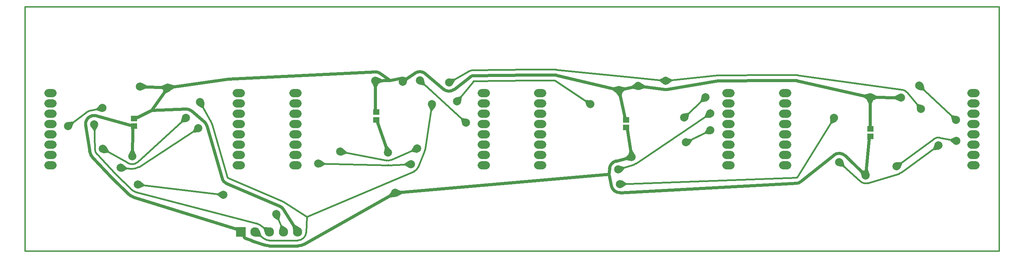
<source format=gbr>
%FSLAX44Y44*%
%OFA0.0000B0.0000*%
%SFA1B1*%
%MOMM*%
%AMFRECTNOHOLE10*
21,1,2.3000,2.3000,0.0000,0.0000,0*
%
%AMFRECTNOHOLE11*
21,1,1.5000,1.3000,0.0000,0.0000,0*
%
%ADD10FRECTNOHOLE10*%
%ADD11FRECTNOHOLE11*%
%ADD12C,0.3333X0.0000*%
%ADD13C,0.8000X0.0000*%
%ADD14C,0.4000X0.0000*%
%ADD15C,2.0000X0.0000*%
%ADD16C,2.3000X0.0000*%
%LNÂåðõí³é*%
%LPD*%
G54D10*
X538106Y47620D3*
G54D11*
X2088955Y282569D3*
X2088955Y301569D3*
X1487331Y304768D3*
X1487331Y323768D3*
X274609Y307990D3*
X274609Y326990D3*
X871446Y323816D3*
X871446Y342816D3*
G54D12*
X2406349Y0D2*
X6349Y0D1*
X2406349Y602000D2*
X2406349Y0D1*
X6349Y602000D2*
X2406349Y602000D1*
X6349Y0D2*
X6349Y602000D1*
G54D13*
X1315464Y433810D2*
X1469163Y397455D1*
G75*
G01X1315464Y433810D2*
G03X1311895Y434226I-3569J-15089D1*
G74*
X1247588Y434226D2*
X1311895Y434226D1*
G75*
G01X1247588Y434226D2*
G03X1247424Y434225I0J-15505D1*
G74*
X1112376Y432796D2*
X1247424Y434225D1*
G75*
G01X1112376Y432796D2*
G03X1102970Y429491I164J-15504D1*
G74*
X1064053Y398959D2*
X1102970Y429491D1*
G75*
G01X1036768Y399570D2*
G03X1064053Y398959I14014J16305D1*
G74*
X992897Y437275D2*
X1036768Y399570D1*
G75*
G01X992897Y437275D2*
G03X966723Y438701I-14014J-16305D1*
G74*
X944065Y423161D2*
X966723Y438701D1*
X357803Y403558D2*
X317991Y347444D1*
X936876Y417541D2*
X944065Y423161D1*
X905359Y420998D2*
X869226Y420477D1*
X2088215Y308069D2*
X2088215Y379817D1*
X2088215Y304069D2*
X2088215Y308069D1*
X2088955Y301569D2*
X2088215Y304069D1*
X402115Y350528D2*
X317991Y347444D1*
G75*
G01X416773Y345470D2*
G03X402115Y350528I-13870J-16428D1*
G74*
X447383Y319626D2*
X416773Y345470D1*
G75*
G01X454154Y309214D2*
G03X447383Y319626I-20641J-6016D1*
G74*
X492438Y177869D2*
X454154Y309214D1*
G75*
G01X492438Y177869D2*
G03X501209Y167960I14886J4339D1*
G74*
X633424Y111221D2*
X501209Y167960D1*
G75*
G01X643117Y102954D2*
G03X633424Y111221I-18172J-11491D1*
G74*
X678106Y47620D2*
X643117Y102954D1*
X1581628Y398718D2*
X1517075Y407423D1*
G75*
G01X1581628Y398718D2*
G03X1588049Y398820I2873J21307D1*
G74*
X1713522Y419813D2*
X1588049Y398820D1*
G75*
G01X1714162Y419868D2*
G03X1713522Y419813I21J-4005D1*
G74*
X1853497Y420582D2*
X1714162Y419868D1*
X1853518Y420582D2*
X1853497Y420582D1*
X1907108Y420582D2*
X1853518Y420582D1*
G75*
G01X1907990Y420484D2*
G03X1907108Y420582I-882J-3907D1*
G74*
X2088215Y379817D2*
X1907990Y420484D1*
X289282Y406051D2*
X357803Y403558D1*
X1483738Y331126D2*
X1469163Y397455D1*
G75*
G01X1483831Y330268D2*
G03X1483738Y331126I-4000J0D1*
G74*
X1483831Y326268D2*
X1483831Y330268D1*
X1487331Y323768D2*
X1483831Y326268D1*
X881767Y437940D2*
X905359Y420998D1*
G75*
G01X881767Y437940D2*
G03X868167Y441951I-12541J-17463D1*
G74*
X507127Y424149D2*
X868167Y441951D1*
G75*
G01X507127Y424149D2*
G03X506776Y424116I197J-4000D1*
G74*
X357803Y403558D2*
X506776Y424116D1*
X944051Y423179D2*
X944065Y423161D1*
G75*
G01X944051Y423179D2*
G03X935218Y426514I-7175J-5638D1*
G74*
X905359Y420998D2*
X935218Y426514D1*
X1469163Y397455D2*
X1517075Y407423D1*
X2088215Y379817D2*
X2164675Y378636D1*
X283938Y329933D2*
X317991Y347444D1*
G75*
G01X282109Y329490D2*
G03X283938Y329933I0J4000D1*
G74*
X278109Y329490D2*
X282109Y329490D1*
X274609Y326990D2*
X278109Y329490D1*
X869226Y349316D2*
X869226Y420477D1*
X869226Y345316D2*
X869226Y349316D1*
X871446Y342816D2*
X869226Y345316D1*
X875172Y315991D2*
X900816Y242915D1*
G75*
G01X874946Y317316D2*
G03X875172Y315991I4000J0D1*
G74*
X874946Y321316D2*
X874946Y317316D1*
X871446Y323816D2*
X874946Y321316D1*
X1462261Y222153D2*
X1501019Y232300D1*
G75*
G01X1462261Y222153D2*
G03X1446306Y203430I5445J-20799D1*
G74*
X1444979Y189746D2*
X1446306Y203430D1*
X2027182Y235242D2*
X2077706Y186626D1*
G75*
G01X2027182Y235242D2*
G03X1998834Y236529I-14907J-15493D1*
G74*
X1916802Y170821D2*
X1998834Y236529D1*
G75*
G01X1907939Y167439D2*
G03X1916802Y170821I-830J15483D1*
G74*
X1473094Y144135D2*
X1907939Y167439D1*
G75*
G01X1450891Y161238D2*
G03X1473094Y144135I21052J4366D1*
G74*
X1444979Y189746D2*
X1450891Y161238D1*
X271109Y310490D2*
X274609Y307990D1*
X267109Y310490D2*
X271109Y310490D1*
G75*
G01X264427Y310856D2*
G03X267109Y310490I2682J9634D1*
G74*
X182556Y333646D2*
X264427Y310856D1*
G75*
G01X182556Y333646D2*
G03X155547Y309618I-5766J-20712D1*
G74*
X165333Y246934D2*
X155547Y309618D1*
G75*
G01X165333Y246934D2*
G03X173996Y229313I32605J5090D1*
G74*
X217835Y183098D2*
X173996Y229313D1*
G75*
G01X217835Y183098D2*
G03X218692Y182227I23942J22711D1*
G74*
X260617Y141185D2*
X218692Y182227D1*
G75*
G01X260617Y141185D2*
G03X273932Y133246I23085J23582D1*
G74*
X525422Y55299D2*
X273932Y133246D1*
G75*
G01X525422Y55299D2*
G03X526606Y55120I1184J3821D1*
G74*
X530606Y55120D2*
X526606Y55120D1*
X538106Y47620D2*
X530606Y55120D1*
X271109Y305490D2*
X274609Y307990D1*
X271109Y301490D2*
X271109Y305490D1*
X271109Y301440D2*
X271109Y301490D1*
X270268Y233749D2*
X271109Y301440D1*
X1444979Y189746D2*
X918286Y143911D1*
X1490878Y297655D2*
X1501019Y232300D1*
G75*
G01X1490831Y298268D2*
G03X1490878Y297655I4000J0D1*
G74*
X1490831Y302268D2*
X1490831Y298268D1*
X1487331Y304768D2*
X1490831Y302268D1*
X695099Y17595D2*
X918286Y143911D1*
G75*
G01X678106Y13120D2*
G03X695099Y17595I0J34500D1*
G74*
X608106Y13120D2*
X678106Y13120D1*
G75*
G01X596770Y15035D2*
G03X608106Y13120I11336J32585D1*
G74*
X565549Y25897D2*
X596770Y15035D1*
G75*
G01X565053Y26076D2*
G03X565549Y25897I8053J21544D1*
G74*
X548206Y32373D2*
X565053Y26076D1*
G75*
G01X545606Y36120D2*
G03X548206Y32373I4000J0D1*
G74*
X545606Y40120D2*
X545606Y36120D1*
X538106Y47620D2*
X545606Y40120D1*
X2085440Y275723D2*
X2077706Y186626D1*
G75*
G01X2085440Y275723D2*
G03X2085455Y276069I-3985J346D1*
G74*
X2085455Y280069D2*
X2085455Y276069D1*
X2088955Y282569D2*
X2085455Y280069D1*
X1455150Y400770D2*
X1467986Y403339D1*
X1455150Y400770D2*
X1465474Y392723D1*
X349471Y391814D2*
X351908Y404675D1*
X349471Y391814D2*
X360804Y398363D1*
X944065Y423161D2*
X942768Y416410D1*
X944065Y423161D2*
X937200Y423532D1*
X883625Y420685D2*
X871805Y415059D1*
X883625Y420685D2*
X871647Y425967D1*
X2088215Y365417D2*
X2082761Y377317D1*
X2088215Y365417D2*
X2093669Y377317D1*
X668486Y62834D2*
X682199Y53905D1*
X668486Y62834D2*
X670673Y46617D1*
X1531346Y405499D2*
X1518824Y401684D1*
X1531346Y405499D2*
X1520282Y412494D1*
X2074168Y382987D2*
X2086977Y385688D1*
X2074168Y382987D2*
X2084575Y375046D1*
X343413Y404082D2*
X355503Y409100D1*
X343413Y404082D2*
X355107Y398198D1*
X303672Y405527D2*
X291582Y400509D1*
X303672Y405527D2*
X291978Y411411D1*
X1472253Y383391D2*
X1464372Y393843D1*
X1472253Y383391D2*
X1475026Y396183D1*
X372068Y405527D2*
X361026Y398497D1*
X372068Y405527D2*
X359534Y409303D1*
X1502977Y404490D2*
X1513516Y412254D1*
X1502977Y404490D2*
X1515738Y401574D1*
X1483261Y400388D2*
X1472722Y392624D1*
X1483261Y400388D2*
X1470500Y403304D1*
X2150277Y378858D2*
X2162259Y384129D1*
X2150277Y378858D2*
X2162091Y373221D1*
X2102613Y379595D2*
X2090631Y374324D1*
X2102613Y379595D2*
X2090799Y385232D1*
X869226Y406077D2*
X863772Y417977D1*
X869226Y406077D2*
X874680Y417977D1*
X896048Y256503D2*
X905135Y247080D1*
X896048Y256503D2*
X894841Y243468D1*
X1487088Y228653D2*
X1497219Y236944D1*
X1487088Y228653D2*
X1499981Y226390D1*
X2067330Y196611D2*
X2079687Y192290D1*
X2067330Y196611D2*
X2072123Y184430D1*
X270447Y248148D2*
X275753Y236181D1*
X270447Y248148D2*
X264845Y236317D1*
X932632Y145159D2*
X921250Y138694D1*
X932632Y145159D2*
X920304Y149562D1*
X1498811Y246530D2*
X1506026Y235606D1*
X1498811Y246530D2*
X1495246Y233934D1*
X905754Y136818D2*
X913423Y147427D1*
X905754Y136818D2*
X918797Y137933D1*
X2078951Y200972D2*
X2083356Y188645D1*
X2078951Y200972D2*
X2072488Y189589D1*
G54D14*
X2165182Y193647D2*
X2256582Y260631D1*
G75*
G01X2159250Y190695D2*
G03X2165182Y193647I-5595J18680D1*
G74*
X2083301Y167946D2*
X2159250Y190695D1*
G75*
G01X2064590Y172196D2*
G03X2083301Y167946I13116J14430D1*
G74*
X2012275Y219749D2*
X2064590Y172196D1*
X2260346Y279764D2*
X2301145Y271738D1*
G75*
G01X2260346Y279764D2*
G03X2245055Y276359I-3764J-19133D1*
G74*
X2153655Y209375D2*
X2245055Y276359D1*
X1511946Y216149D2*
X1694329Y339547D1*
G75*
G01X1506881Y213702D2*
G03X1511946Y216149I-5862J18598D1*
G74*
X1467706Y201354D2*
X1506881Y213702D1*
X1634433Y268250D2*
X1694947Y298358D1*
X900098Y211923D2*
X728894Y215889D1*
G75*
G01X900098Y211923D2*
G03X902358Y211953I718J30992D1*
G74*
X957033Y214676D2*
X902358Y211953D1*
X897167Y223759D2*
X782374Y245625D1*
G75*
G01X897167Y223759D2*
G03X908624Y225046I3649J19156D1*
G74*
X972500Y252958D2*
X908624Y225046D1*
X287202Y207783D2*
X433513Y303198D1*
G75*
G01X266741Y202950D2*
G03X287202Y207783I3527J30799D1*
G74*
X241777Y205809D2*
X266741Y202950D1*
X1907180Y180918D2*
X1471943Y165604D1*
G75*
G01X1907180Y180918D2*
G03X1908813Y181865I-71J2004D1*
G74*
X1999653Y328380D2*
X1908813Y181865D1*
X1110991Y418566D2*
X1070359Y369164D1*
G75*
G01X1112519Y419297D2*
G03X1110991Y418566I21J-2005D1*
G74*
X1247567Y420726D2*
X1112519Y419297D1*
X1247588Y420726D2*
X1247567Y420726D1*
X1311895Y420726D2*
X1247588Y420726D1*
G75*
G01X1313014Y420385D2*
G03X1311895Y420726I-1119J-1664D1*
G74*
X1399236Y362428D2*
X1313014Y420385D1*
X495266Y139072D2*
X283702Y164767D1*
X585706Y64420D2*
X608106Y47620D1*
G75*
G01X585706Y64420D2*
G03X578394Y67943I-12600J-16800D1*
G74*
X278792Y145895D2*
X578394Y67943D1*
G75*
G01X270061Y150832D2*
G03X278792Y145895I13641J13935D1*
G74*
X228136Y191874D2*
X270061Y150832D1*
G75*
G01X227630Y192389D2*
G03X228136Y191874I14147J13420D1*
G74*
X183791Y238604D2*
X227630Y192389D1*
G75*
G01X178445Y251499D2*
G03X183791Y238604I19493J525D1*
G74*
X176790Y312934D2*
X178445Y251499D1*
X2209720Y407806D2*
X2300208Y323281D1*
X1630180Y329483D2*
X1682837Y379783D1*
X978883Y420970D2*
X1092788Y316649D1*
X156033Y341114D2*
X111811Y308541D1*
G75*
G01X169601Y347188D2*
G03X156033Y341114I7189J-34254D1*
G74*
X196856Y352908D2*
X169601Y347188D1*
X251137Y222916D2*
X197938Y252024D1*
G75*
G01X252493Y222100D2*
G03X251137Y222916I-10716J-16291D1*
G74*
X259552Y217458D2*
X252493Y222100D1*
G75*
G01X259552Y217458D2*
G03X283455Y219384I10716J16291D1*
G74*
X402903Y329042D2*
X283455Y219384D1*
X464007Y320378D2*
X437585Y367276D1*
G75*
G01X467115Y312992D2*
G03X464007Y320378I-33602J-9794D1*
G74*
X505399Y181647D2*
X467115Y312992D1*
G75*
G01X505399Y181647D2*
G03X506533Y180365I1925J561D1*
G74*
X638748Y123626D2*
X506533Y180365D1*
G75*
G01X643823Y120935D2*
G03X638748Y123626I-18878J-29472D1*
G74*
X700829Y84421D2*
X643823Y120935D1*
X1098337Y442582D2*
X1050782Y415875D1*
G75*
G01X1112233Y446295D2*
G03X1098337Y442582I307J-29003D1*
G74*
X1247281Y447724D2*
X1112233Y446295D1*
G75*
G01X1247588Y447726D2*
G03X1247281Y447724I0J-29005D1*
G74*
X1311895Y447726D2*
X1247588Y447726D1*
G75*
G01X1314828Y447577D2*
G03X1311895Y447726I-2933J-28856D1*
G74*
X1519047Y426823D2*
X1314828Y447577D1*
X1519089Y426819D2*
X1519047Y426823D1*
X1584501Y420025D2*
X1519089Y426819D1*
X1712379Y433275D2*
X1584501Y420025D1*
G75*
G01X1714093Y433368D2*
G03X1712379Y433275I90J-17505D1*
G74*
X1853428Y434082D2*
X1714093Y433368D1*
X1853518Y434082D2*
X1853428Y434082D1*
X1907108Y434082D2*
X1853518Y434082D1*
G75*
G01X1909526Y433914D2*
G03X1907108Y434082I-2418J-17337D1*
G74*
X2167369Y397949D2*
X1909526Y433914D1*
G75*
G01X2179548Y391248D2*
G03X2167369Y397949I-14873J-12612D1*
G74*
X2213993Y350627D2*
X2179548Y391248D1*
X964671Y196734D2*
X700829Y84421D1*
G75*
G01X964671Y196734D2*
G03X975113Y207371I-7638J17942D1*
G74*
X990580Y245653D2*
X975113Y207371D1*
G75*
G01X990580Y245653D2*
G03X991772Y249982I-18080J7305D1*
G74*
X1009110Y362261D2*
X991772Y249982D1*
X699084Y46651D2*
X700829Y84421D1*
G75*
G01X678106Y26620D2*
G03X699084Y46651I0J21000D1*
G74*
X608106Y26620D2*
X678106Y26620D1*
G75*
G01X595506Y30820D2*
G03X608106Y26620I12600J16800D1*
G74*
X573106Y47620D2*
X595506Y30820D1*
X643106Y47620D2*
X624945Y91463D1*
X2244645Y251882D2*
X2249115Y263504D1*
X2244645Y251882D2*
X2257073Y252646D1*
X2023227Y209794D2*
X2010948Y211859D1*
X2023227Y209794D2*
X2020002Y221821D1*
X2286623Y274595D2*
X2298201Y279177D1*
X2286623Y274595D2*
X2295603Y265969D1*
X2165592Y218124D2*
X2161122Y206502D1*
X2165592Y218124D2*
X2153164Y217360D1*
X1682071Y331253D2*
X1686975Y342699D1*
X1682071Y331253D2*
X1694519Y331549D1*
X1481821Y205803D2*
X1473853Y196235D1*
X1481821Y205803D2*
X1469807Y209073D1*
X1681696Y291765D2*
X1688077Y302458D1*
X1681696Y291765D2*
X1694073Y290406D1*
X1647684Y274843D2*
X1641303Y264150D1*
X1647684Y274843D2*
X1635307Y276202D1*
X743690Y215546D2*
X733061Y209060D1*
X743690Y215546D2*
X733373Y222518D1*
X942251Y213940D2*
X952379Y221183D1*
X942251Y213940D2*
X953049Y207739D1*
X796913Y242856D2*
X785363Y238204D1*
X796913Y242856D2*
X787881Y251428D1*
X958938Y247032D2*
X965842Y257395D1*
X958938Y247032D2*
X971232Y245059D1*
X421116Y295114D2*
X426215Y306474D1*
X421116Y295114D2*
X433567Y295198D1*
X256481Y204125D2*
X245307Y198630D1*
X256481Y204125D2*
X246839Y212004D1*
X1486734Y166124D2*
X1476501Y159030D1*
X1486734Y166124D2*
X1476029Y172482D1*
X1991854Y315801D2*
X1991653Y328252D1*
X1991854Y315801D2*
X2003095Y321158D1*
X1079760Y380594D2*
X1078304Y368229D1*
X1079760Y380594D2*
X1067908Y376779D1*
X1386953Y370684D2*
X1399402Y370426D1*
X1386953Y370684D2*
X1391892Y359254D1*
X298394Y162983D2*
X287184Y157565D1*
X298394Y162983D2*
X288806Y170927D1*
X480574Y140856D2*
X491784Y146274D1*
X480574Y140856D2*
X490162Y132912D1*
X595066Y57400D2*
X608309Y57118D1*
X595066Y57400D2*
X599045Y44766D1*
X177189Y298139D2*
X170179Y308430D1*
X177189Y298139D2*
X183635Y308792D1*
X2289393Y333384D2*
X2301643Y331151D1*
X2289393Y333384D2*
X2292453Y321315D1*
X2220535Y397703D2*
X2208285Y399936D1*
X2220535Y397703D2*
X2217475Y409772D1*
X1672135Y369560D2*
X1675061Y381663D1*
X1672135Y369560D2*
X1684359Y371929D1*
X1640882Y339706D2*
X1637956Y327603D1*
X1640882Y339706D2*
X1628658Y337337D1*
X1081874Y326645D2*
X1094145Y324533D1*
X1081874Y326645D2*
X1085053Y314607D1*
X989797Y410974D2*
X977526Y413086D1*
X989797Y410974D2*
X986618Y423012D1*
X123727Y317318D2*
X119284Y305686D1*
X123727Y317318D2*
X111302Y316524D1*
X182372Y349868D2*
X191242Y358607D1*
X182372Y349868D2*
X194006Y345433D1*
X210922Y244920D2*
X198501Y244043D1*
X210922Y244920D2*
X204963Y255853D1*
X392001Y319033D2*
X395166Y331076D1*
X392001Y319033D2*
X404270Y321160D1*
X444850Y354382D2*
X433844Y360205D1*
X444850Y354382D2*
X445572Y366813D1*
X1063686Y423122D2*
X1057848Y412124D1*
X1063686Y423122D2*
X1051256Y423860D1*
X1569780Y421554D2*
X1580895Y427167D1*
X1569780Y421554D2*
X1579505Y413777D1*
X1599222Y421550D2*
X1589496Y413776D1*
X1599222Y421550D2*
X1588108Y427166D1*
X2204421Y361915D2*
X2216329Y358278D1*
X2204421Y361915D2*
X2206063Y349572D1*
X1006851Y347634D2*
X1001798Y359014D1*
X1006851Y347634D2*
X1015102Y356960D1*
X586146Y37840D2*
X572903Y38122D1*
X586146Y37840D2*
X582167Y50474D1*
X630609Y77790D2*
X620382Y84892D1*
X630609Y77790D2*
X632818Y90044D1*
X636868Y62679D2*
X648119Y55689D1*
X636868Y62679D2*
X633855Y49781D1*
G54D15*
X1873903Y389900D2*
X1883903Y389900D1*
X1873903Y364500D2*
X1883903Y364500D1*
X1873903Y339100D2*
X1883903Y339100D1*
X1873903Y313700D2*
X1883903Y313700D1*
X1873903Y288300D2*
X1883903Y288300D1*
X1873903Y262900D2*
X1883903Y262900D1*
X1873903Y237500D2*
X1883903Y237500D1*
X1873903Y212100D2*
X1883903Y212100D1*
X2337903Y389900D2*
X2347903Y389900D1*
X2337903Y364500D2*
X2347903Y364500D1*
X2337903Y339100D2*
X2347903Y339100D1*
X2337903Y313700D2*
X2347903Y313700D1*
X2337903Y288300D2*
X2347903Y288300D1*
X2337903Y262900D2*
X2347903Y262900D1*
X2337903Y237500D2*
X2347903Y237500D1*
X2337903Y212100D2*
X2347903Y212100D1*
X1270720Y389900D2*
X1280720Y389900D1*
X1270720Y364500D2*
X1280720Y364500D1*
X1270720Y339100D2*
X1280720Y339100D1*
X1270720Y313700D2*
X1280720Y313700D1*
X1270720Y288300D2*
X1280720Y288300D1*
X1270720Y262900D2*
X1280720Y262900D1*
X1270720Y237500D2*
X1280720Y237500D1*
X1270720Y212100D2*
X1280720Y212100D1*
X1734720Y389900D2*
X1744720Y389900D1*
X1734720Y364500D2*
X1744720Y364500D1*
X1734720Y339100D2*
X1744720Y339100D1*
X1734720Y313700D2*
X1744720Y313700D1*
X1734720Y288300D2*
X1744720Y288300D1*
X1734720Y262900D2*
X1744720Y262900D1*
X1734720Y237500D2*
X1744720Y237500D1*
X1734720Y212100D2*
X1744720Y212100D1*
X667530Y389900D2*
X677530Y389900D1*
X667530Y364500D2*
X677530Y364500D1*
X667530Y339100D2*
X677530Y339100D1*
X667530Y313700D2*
X677530Y313700D1*
X667530Y288300D2*
X677530Y288300D1*
X667530Y262900D2*
X677530Y262900D1*
X667530Y237500D2*
X677530Y237500D1*
X667530Y212100D2*
X677530Y212100D1*
X1131530Y389900D2*
X1141530Y389900D1*
X1131530Y364500D2*
X1141530Y364500D1*
X1131530Y339100D2*
X1141530Y339100D1*
X1131530Y313700D2*
X1141530Y313700D1*
X1131530Y288300D2*
X1141530Y288300D1*
X1131530Y262900D2*
X1141530Y262900D1*
X1131530Y237500D2*
X1141530Y237500D1*
X1131530Y212100D2*
X1141530Y212100D1*
X64000Y389900D2*
X74000Y389900D1*
X64000Y364500D2*
X74000Y364500D1*
X64000Y339100D2*
X74000Y339100D1*
X64000Y313700D2*
X74000Y313700D1*
X64000Y288300D2*
X74000Y288300D1*
X64000Y262900D2*
X74000Y262900D1*
X64000Y237500D2*
X74000Y237500D1*
X64000Y212100D2*
X74000Y212100D1*
X528000Y389900D2*
X538000Y389900D1*
X528000Y364500D2*
X538000Y364500D1*
X528000Y339100D2*
X538000Y339100D1*
X528000Y313700D2*
X538000Y313700D1*
X528000Y288300D2*
X538000Y288300D1*
X528000Y262900D2*
X538000Y262900D1*
X528000Y237500D2*
X538000Y237500D1*
X528000Y212100D2*
X538000Y212100D1*
X918286Y143911D3*
X869226Y420477D3*
X357803Y403558D3*
X1501019Y232300D3*
X1584501Y420025D3*
X2088215Y379817D3*
X1009110Y362261D3*
X270268Y233749D3*
X1469163Y397455D3*
X1517075Y407423D3*
X624945Y91463D3*
X936876Y417541D3*
X2077706Y186626D3*
X2256582Y260631D3*
X2012275Y219749D3*
X2301145Y271738D3*
X2153655Y209375D3*
X1694329Y339547D3*
X1467706Y201354D3*
X1694947Y298358D3*
X1634433Y268250D3*
X728894Y215889D3*
X957033Y214676D3*
X782374Y245625D3*
X972500Y252958D3*
X433513Y303198D3*
X241777Y205809D3*
X289282Y406051D3*
X2164675Y378636D3*
X1471943Y165604D3*
X1999653Y328380D3*
X1070359Y369164D3*
X1399236Y362428D3*
X283702Y164767D3*
X495266Y139072D3*
X176790Y312934D3*
X2300208Y323281D3*
X2209720Y407806D3*
X1682837Y379783D3*
X1630180Y329483D3*
X1092788Y316649D3*
X978883Y420970D3*
X111811Y308541D3*
X196856Y352908D3*
X197938Y252024D3*
X402903Y329042D3*
X2213993Y350627D3*
X1050782Y415875D3*
X437585Y367276D3*
X900816Y242915D3*
G54D16*
X678106Y47620D3*
X643106Y47620D3*
X608106Y47620D3*
X573106Y47620D3*
M02*

</source>
